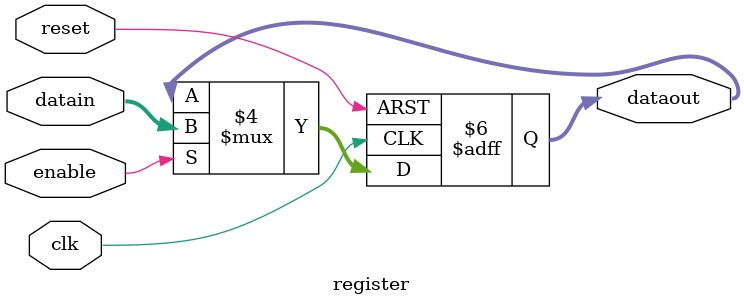
<source format=v>
`timescale 1ns / 1ps



module register #(parameter WIDTH_DATA = 8)(
    input [WIDTH_DATA-1:0] datain,
    input clk, enable, reset,
    output reg [WIDTH_DATA-1:0] dataout = 0
    );   
    
    always@(posedge clk, posedge reset)
    begin
    if (reset)
        dataout <= 'b0;
    else 
        if (enable)
            dataout <= datain;
        else dataout <= dataout;
    end
        
endmodule

</source>
